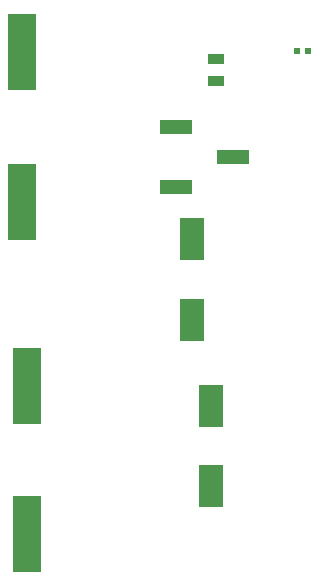
<source format=gbr>
%TF.GenerationSoftware,KiCad,Pcbnew,(5.1.6)-1*%
%TF.CreationDate,2020-08-14T09:47:52+03:00*%
%TF.ProjectId,Circuit Thesis,43697263-7569-4742-9054-68657369732e,rev?*%
%TF.SameCoordinates,Original*%
%TF.FileFunction,Paste,Top*%
%TF.FilePolarity,Positive*%
%FSLAX46Y46*%
G04 Gerber Fmt 4.6, Leading zero omitted, Abs format (unit mm)*
G04 Created by KiCad (PCBNEW (5.1.6)-1) date 2020-08-14 09:47:52*
%MOMM*%
%LPD*%
G01*
G04 APERTURE LIST*
%ADD10R,2.080000X3.650000*%
%ADD11R,1.380000X0.960000*%
%ADD12R,0.500000X0.560000*%
%ADD13R,2.750000X1.150000*%
%ADD14R,2.380000X6.420000*%
%ADD15R,2.460000X6.460000*%
G04 APERTURE END LIST*
D10*
%TO.C,C8*%
X159893000Y-110133500D03*
X159893000Y-103353500D03*
%TD*%
%TO.C,C2*%
X158267400Y-89269200D03*
X158267400Y-96049200D03*
%TD*%
D11*
%TO.C,R5*%
X160274000Y-75865000D03*
X160274000Y-73995000D03*
%TD*%
D12*
%TO.C,C3*%
X168046600Y-73279000D03*
X167182600Y-73279000D03*
%TD*%
D13*
%TO.C,R6*%
X156893800Y-79756000D03*
X156893800Y-84836000D03*
X161723800Y-82296000D03*
%TD*%
D14*
%TO.C,C1*%
X143827500Y-86131000D03*
X143827500Y-73381000D03*
%TD*%
D15*
%TO.C,C6*%
X144272000Y-114200000D03*
X144272000Y-101700000D03*
%TD*%
M02*

</source>
